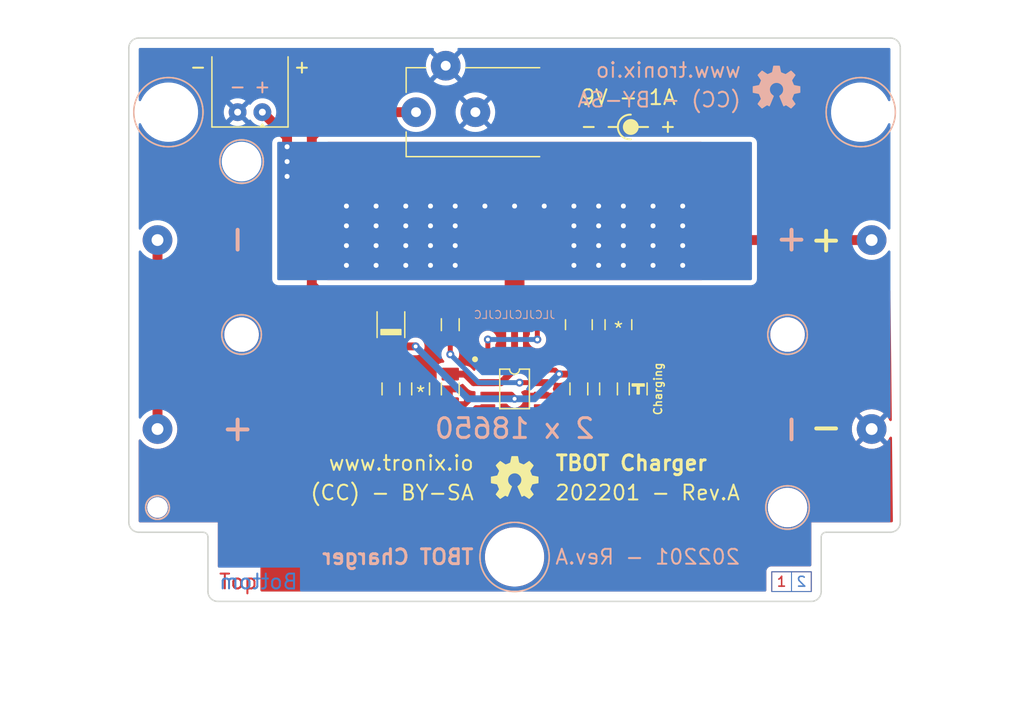
<source format=kicad_pcb>
(kicad_pcb (version 20221018) (generator pcbnew)
  (title_block (title "TBOT - Charger 2x18650") (date "01/2022") (rev "A"))
  (layers (0 "F.Cu" signal) (31 "B.Cu" signal) (34 "B.Paste" user) (35 "F.Paste" user) (36 "B.SilkS" user "B.Silkscreen") (37 "F.SilkS" user "F.Silkscreen") (38 "B.Mask" user) (39 "F.Mask" user) (44 "Edge.Cuts" user))
  (net 0 "")
  (net 1 "GND")
  (net 2 "Net-(BT1A--)")
  (net 3 "Net-(D1-A)")
  (net 4 "+VBAT")
  (net 5 "Net-(LED1-A)")
  (net 6 "Net-(Q1-B)")
  (net 7 "Net-(Q1-E)")
  (net 8 "Net-(U1-STAT)")
  (net 9 "Net-(U1-CC)")
  (net 10 "Net-(U1-TS)")
  (net 11 "+VIN")
  (footprint "tronixio:SOD-128" (layer "F.Cu") (at 126.5 73 90)
    (fp_text reference "D1" hide)
    (fp_text value "PMEG3030")
    (fp_line (start -1.3 -1.4) (end 1.3 -1.4) (stroke (width 0.15)) (layer "F.SilkS"))
    (fp_line (start -1.3 1.4) (end 1.3 1.4) (stroke (width 0.15)) (layer "F.SilkS"))
    (fp_rect (start -1 1) (end -0.5 -1) (stroke (width 0.15)) (fill solid) (layer "F.SilkS"))
    (pad "1" smd roundrect (at -2.2 0 90) (size 1.5 2.1) (layers "F.Cu" "F.Paste" "F.Mask") (roundrect_rratio 0.1) (net 11 "+VIN"))
    (pad "2" smd roundrect (at 2.2 0 90) (size 1.5 2.1) (layers "F.Cu" "F.Paste" "F.Mask") (roundrect_rratio 0.1) (net 3 "Net-(D1-A)"))
  )
  (footprint "tronixio:RESISTOR-SMD-1206" (layer "F.Cu") (at 129.5 79.5 -90)
    (fp_text reference "R6" hide)
    (fp_text value "36k")
    (fp_line (start -0.6 -0.9) (end 0.6 -0.9) (stroke (width 0.15)) (layer "F.SilkS"))
    (fp_line (start -0.6 0.9) (end 0.6 0.9) (stroke (width 0.15)) (layer "F.SilkS"))
    (pad "1" smd roundrect (at -1.5 0 270) (size 1.3 1.75) (layers "F.Cu" "F.Paste" "F.Mask") (roundrect_rratio 0.1) (net 1 "GND"))
    (pad "2" smd roundrect (at 1.5 0 270) (size 1.3 1.75) (layers "F.Cu" "F.Paste" "F.Mask") (roundrect_rratio 0.1) (net 10 "Net-(U1-TS)"))
  )
  (footprint "tronixio:RESISTOR-SMD-1206" (layer "F.Cu") (at 126.5 79.5 90)
    (fp_text reference "R5" hide)
    (fp_text value "10k")
    (fp_line (start -0.6 -0.9) (end 0.6 -0.9) (stroke (width 0.15)) (layer "F.SilkS"))
    (fp_line (start -0.6 0.9) (end 0.6 0.9) (stroke (width 0.15)) (layer "F.SilkS"))
    (pad "1" smd roundrect (at -1.5 0 90) (size 1.3 1.75) (layers "F.Cu" "F.Paste" "F.Mask") (roundrect_rratio 0.1) (net 10 "Net-(U1-TS)"))
    (pad "2" smd roundrect (at 1.5 0 90) (size 1.3 1.75) (layers "F.Cu" "F.Paste" "F.Mask") (roundrect_rratio 0.1) (net 11 "+VIN"))
  )
  (footprint "tronixio:CAPACITOR-SMD-1206" (layer "F.Cu") (at 145.5 79.5 -90)
    (fp_text reference "C1" hide)
    (fp_text value "100n")
    (fp_line (start -0.6 -0.9) (end 0.6 -0.9) (stroke (width 0.15)) (layer "F.SilkS"))
    (fp_line (start -0.6 0.9) (end 0.6 0.9) (stroke (width 0.15)) (layer "F.SilkS"))
    (pad "1" smd roundrect (at -1.5 0 270) (size 1.3 1.75) (layers "F.Cu" "F.Paste" "F.Mask") (roundrect_rratio 0.1) (net 11 "+VIN"))
    (pad "2" smd roundrect (at 1.5 0 270) (size 1.3 1.75) (layers "F.Cu" "F.Paste" "F.Mask") (roundrect_rratio 0.1) (net 1 "GND"))
  )
  (footprint "tronixio:RESISTOR-SMD-1206" (layer "F.Cu") (at 148.5 79.5 -90)
    (fp_text reference "R1" hide)
    (fp_text value "4k7")
    (fp_line (start -0.6 -0.9) (end 0.6 -0.9) (stroke (width 0.15)) (layer "F.SilkS"))
    (fp_line (start -0.6 0.9) (end 0.6 0.9) (stroke (width 0.15)) (layer "F.SilkS"))
    (pad "1" smd roundrect (at -1.5 0 270) (size 1.3 1.75) (layers "F.Cu" "F.Paste" "F.Mask") (roundrect_rratio 0.1) (net 5 "Net-(LED1-A)"))
    (pad "2" smd roundrect (at 1.5 0 270) (size 1.3 1.75) (layers "F.Cu" "F.Paste" "F.Mask") (roundrect_rratio 0.1) (net 8 "Net-(U1-STAT)"))
  )
  (footprint "tronixio:CUI-PJ-102AH" (layer "F.Cu") (at 129.0375 51.5 90)
    (fp_text reference "K1" hide)
    (fp_text value "Charger")
    (fp_line (start -4.5 -1) (end -2 -1) (stroke (width 0.15)) (layer "F.SilkS"))
    (fp_line (start -4.5 12.5) (end -4.5 -1) (stroke (width 0.15)) (layer "F.SilkS"))
    (fp_line (start 2 -1) (end 4.5 -1) (stroke (width 0.15)) (layer "F.SilkS"))
    (fp_line (start 4.5 1) (end 4.5 -1) (stroke (width 0.15)) (layer "F.SilkS"))
    (fp_line (start 4.5 12.5) (end 4.5 5) (stroke (width 0.15)) (layer "F.SilkS"))
    (pad "1" thru_hole circle (at 0 0 90) (size 3 3) (drill 1) (layers "*.Cu" "*.Mask") (net 3 "Net-(D1-A)"))
    (pad "2" thru_hole circle (at 0 6 90) (size 3 3) (drill 1) (layers "*.Cu" "*.Mask") (net 1 "GND"))
    (pad "3" thru_hole circle (at 4.7 3 90) (size 3 3) (drill 1) (layers "*.Cu" "*.Mask") (net 1 "GND"))
  )
  (footprint "tronixio:CAPACITOR-SMD-1206" (layer "F.Cu") (at 132.5 79.5 -90)
    (fp_text reference "C2" hide)
    (fp_text value "1µ")
    (fp_line (start -0.6 -0.9) (end 0.6 -0.9) (stroke (width 0.15)) (layer "F.SilkS"))
    (fp_line (start -0.6 0.9) (end 0.6 0.9) (stroke (width 0.15)) (layer "F.SilkS"))
    (pad "1" smd roundrect (at -1.5 0 270) (size 1.3 1.75) (layers "F.Cu" "F.Paste" "F.Mask") (roundrect_rratio 0.1) (net 4 "+VBAT"))
    (pad "2" smd roundrect (at 1.5 0 270) (size 1.3 1.75) (layers "F.Cu" "F.Paste" "F.Mask") (roundrect_rratio 0.1) (net 1 "GND"))
  )
  (footprint "tronixio:SOT-223-3" (layer "F.Cu") (at 139 68.35 90)
    (fp_text reference "Q1" hide)
    (fp_text value "STN790A")
    (pad "1" smd roundrect (at -3 -2.3 90) (size 2.1 1.5) (layers "F.Cu" "F.Paste" "F.Mask") (roundrect_rratio 0.1) (net 6 "Net-(Q1-B)"))
    (pad "2" smd roundrect (at -3 0 90) (size 2.1 1.5) (layers "F.Cu" "F.Paste" "F.Mask") (roundrect_rratio 0.1) (net 4 "+VBAT"))
    (pad "2" smd roundrect (at 3 0 90) (size 2.2 3.8) (layers "F.Cu" "F.Paste" "F.Mask") (roundrect_rratio 0.1) (net 4 "+VBAT"))
    (pad "3" smd roundrect (at -3 2.3 90) (size 2.1 1.5) (layers "F.Cu" "F.Paste" "F.Mask") (roundrect_rratio 0.1) (net 7 "Net-(Q1-E)"))
  )
  (footprint "tronixio:RESISTOR-SMD-1210" (layer "F.Cu") (at 145.5 73 90)
    (fp_text reference "R2" hide)
    (fp_text value "0Ω1")
    (fp_line (start -0.5 -1.35) (end 0.5 -1.35) (stroke (width 0.15)) (layer "F.SilkS"))
    (fp_line (start -0.5 1.35) (end 0.5 1.35) (stroke (width 0.15)) (layer "F.SilkS"))
    (pad "1" smd roundrect (at -1.5 0 90) (size 1.3 2.65) (layers "F.Cu" "F.Paste" "F.Mask") (roundrect_rratio 0.1) (net 11 "+VIN"))
    (pad "2" smd roundrect (at 1.5 0 90) (size 1.3 2.65) (layers "F.Cu" "F.Paste" "F.Mask") (roundrect_rratio 0.1) (net 7 "Net-(Q1-E)"))
  )
  (footprint "tronixio:THERMISTOR-SMD" (layer "F.Cu") (at 111.39 74 180)
    (fp_text reference "TH1" hide)
    (fp_text value "10k")
    (pad "1" smd roundrect (at -4 0 270) (size 1.2 2) (layers "F.Cu" "F.Paste" "F.Mask") (roundrect_rratio 0.15) (net 10 "Net-(U1-TS)"))
    (pad "2" smd roundrect (at 4 0 270) (size 1.2 2) (layers "F.Cu" "F.Paste" "F.Mask") (roundrect_rratio 0.15) (net 1 "GND"))
  )
  (footprint "tronixio:LED-SMD-1206" (layer "F.Cu") (at 151.5 79.5 90)
    (fp_text reference "LED1" hide)
    (fp_text value "Charging" (at 0 2 90) (layer "F.SilkS") (effects (font (size 0.8 0.8))))
    (fp_line (start -0.6 -0.9) (end 0.6 -0.9) (stroke (width 0.15)) (layer "F.SilkS"))
    (fp_line (start -0.6 0.9) (end 0.6 0.9) (stroke (width 0.15)) (layer "F.SilkS"))
    (fp_poly (pts (xy 0.5 0.6) (xy 0.3 0.6) (xy 0.3 0.1) (xy -0.5 0.1) (xy -0.5 -0.1) (xy 0.3 -0.1) (xy 0.3 -0.6) (xy 0.5 -0.6)) (stroke (width 0.15)) (fill solid) (layer "F.SilkS"))
    (pad "1" smd roundrect (at -1.5 0 90) (size 1.3 1.75) (layers "F.Cu" "F.Paste" "F.Mask") (roundrect_rratio 0.1) (net 1 "GND"))
    (pad "2" smd roundrect (at 1.5 0 90) (size 1.3 1.75) (layers "F.Cu" "F.Paste" "F.Mask") (roundrect_rratio 0.1) (net 5 "Net-(LED1-A)"))
  )
  (footprint "tronixio:MOLEX-22057025" (layer "F.Cu") (at 113.5 51.5)
    (fp_text reference "K2" hide)
    (fp_text value "Battery")
    (fp_line (start -5.1 -5.6) (end -5.1 1.5) (stroke (width 0.15)) (layer "F.SilkS"))
    (fp_line (start -5.1 1.5) (end 2.6 1.5) (stroke (width 0.15)) (layer "F.SilkS"))
    (fp_line (start 2.6 1.5) (end 2.6 -5.6) (stroke (width 0.15)) (layer "F.SilkS"))
    (fp_poly (pts (xy 0.2 1.5) (xy -0.2 1.5) (xy 0 1.2)) (stroke (width 0.15)) (fill solid) (layer "F.SilkS"))
    (pad "1" thru_hole circle (at 0 0) (size 1.8 1.8) (drill 0.7) (layers "*.Cu" "*.Mask") (net 4 "+VBAT"))
    (pad "2" thru_hole circle (at -2.5 0) (size 1.8 1.8) (drill 0.7) (layers "*.Cu" "*.Mask") (net 1 "GND"))
  )
  (footprint "tronixio:RESISTOR-SMD-1210" (layer "F.Cu") (at 149.5 73 90)
    (fp_text reference "R3" hide)
    (fp_text value "0Ω1")
    (fp_line (start -0.5 -1.35) (end 0.5 -1.35) (stroke (width 0.15)) (layer "F.SilkS"))
    (fp_line (start -0.5 1.35) (end 0.5 1.35) (stroke (width 0.15)) (layer "F.SilkS"))
    (pad "1" smd roundrect (at -1.5 0 90) (size 1.3 2.65) (layers "F.Cu" "F.Paste" "F.Mask") (roundrect_rratio 0.1) (net 11 "+VIN"))
    (pad "2" smd roundrect (at 1.5 0 90) (size 1.3 2.65) (layers "F.Cu" "F.Paste" "F.Mask") (roundrect_rratio 0.1) (net 7 "Net-(Q1-E)"))
  )
  (footprint "tronixio:SOIC-08" (layer "F.Cu") (at 139 79.5)
    (fp_text reference "U1" hide)
    (fp_text value "BQ2057W")
    (fp_line (start -1.5 -2) (end -1.5 2) (stroke (width 0.15)) (layer "F.SilkS"))
    (fp_line (start -0.5 -2) (end -1.5 -2) (stroke (width 0.15)) (layer "F.SilkS"))
    (fp_line (start 1.5 -2) (end 0.5 -2) (stroke (width 0.15)) (layer "F.SilkS"))
    (fp_line (start 1.5 2) (end -1.5 2) (stroke (width 0.15)) (layer "F.SilkS"))
    (fp_line (start 1.5 2) (end 1.5 -2) (stroke (width 0.15)) (layer "F.SilkS"))
    (fp_arc (start 0.5 -2) (mid 0 -1.5) (end -0.5 -2) (stroke (width 0.15)) (layer "F.SilkS"))
    (pad "1" smd roundrect (at -2.7 -1.905) (size 1.5 0.7) (layers "F.Cu" "F.Paste" "F.Mask") (roundrect_rratio 0.1) (net 7 "Net-(Q1-E)"))
    (pad "2" smd roundrect (at -2.7 -0.635) (size 1.5 0.7) (layers "F.Cu" "F.Paste" "F.Mask") (roundrect_rratio 0.1) (net 4 "+VBAT"))
    (pad "3" smd roundrect (at -2.7 0.635) (size 1.5 0.7) (layers "F.Cu" "F.Paste" "F.Mask") (roundrect_rratio 0.1) (net 11 "+VIN"))
    (pad "4" smd roundrect (at -2.7 1.905) (size 1.5 0.7) (layers "F.Cu" "F.Paste" "F.Mask") (roundrect_rratio 0.1) (net 10 "Net-(U1-TS)"))
    (pad "5" smd roundrect (at 2.7 1.905) (size 1.5 0.7) (layers "F.Cu" "F.Paste" "F.Mask") (roundrect_rratio 0.1) (net 8 "Net-(U1-STAT)"))
    (pad "6" smd roundrect (at 2.7 0.635) (size 1.5 0.7) (layers "F.Cu" "F.Paste" "F.Mask") (roundrect_rratio 0.1) (net 1 "GND"))
    (pad "7" smd roundrect (at 2.7 -0.635) (size 1.5 0.7) (layers "F.Cu" "F.Paste" "F.Mask") (roundrect_rratio 0.1) (net 9 "Net-(U1-CC)"))
    (pad "8" smd roundrect (at 2.7 -1.905) (size 1.5 0.7) (layers "F.Cu" "F.Paste" "F.Mask") (roundrect_rratio 0.1) (net 11 "+VIN"))
  )
  (footprint "tronixio:RESISTOR-SMD-1206" (layer "F.Cu") (at 132.5 73 90)
    (fp_text reference "R4" hide)
    (fp_text value "1k")
    (fp_line (start -0.6 -0.9) (end 0.6 -0.9) (stroke (width 0.15)) (layer "F.SilkS"))
    (fp_line (start -0.6 0.9) (end 0.6 0.9) (stroke (width 0.15)) (layer "F.SilkS"))
    (pad "1" smd roundrect (at -1.5 0 90) (size 1.3 1.75) (layers "F.Cu" "F.Paste" "F.Mask") (roundrect_rratio 0.1) (net 9 "Net-(U1-CC)"))
    (pad "2" smd roundrect (at 1.5 0 90) (size 1.3 1.75) (layers "F.Cu" "F.Paste" "F.Mask") (roundrect_rratio 0.1) (net 6 "Net-(Q1-B)"))
  )
  (footprint "tronixio:OSHW-5MM" (layer "F.Cu") (at 139 88.5)
    (fp_text reference "GB" hide)
    (fp_text value "LOGO" hide)
    (fp_poly (pts (xy 0.112503 -2.205305) (xy 0.188585 -2.204991) (xy 0.245175 -2.204139) (xy 0.285349 -2.202485) (xy 0.312183 -2.19976) (xy 0.328754 -2.195697) (xy 0.338137 -2.190029) (xy 0.343407 -2.182489) (xy 0.346067 -2.176502) (xy 0.351819 -2.155872) (xy 0.361219 -2.114019) (xy 0.373445 -2.054971) (xy 0.387673 -1.982754) (xy 0.403082 -1.901397) (xy 0.410766 -1.859685) (xy 0.426304 -1.776128) (xy 0.440921 -1.700487) (xy 0.453831 -1.636607) (xy 0.464245 -1.58833) (xy 0.471376 -1.559501) (xy 0.473495 -1.553524) (xy 0.487624 -1.543829) (xy 0.520987 -1.52669) (xy 0.568967 -1.504087) (xy 0.626948 -1.477998) (xy 0.690314 -1.450405) (xy 0.754449 -1.423285) (xy 0.814737 -1.398618) (xy 0.866561 -1.378383) (xy 0.905305 -1.36456) (xy 0.926354 -1.359128) (xy 0.92691 -1.359112) (xy 0.941518 -1.366107) (xy 0.97411 -1.385773) (xy 1.021624 -1.416127) (xy 1.080997 -1.455189) (xy 1.149167 -1.500978) (xy 1.204337 -1.538617) (xy 1.276991 -1.58813) (xy 1.343025 -1.632413) (xy 1.399403 -1.669487) (xy 1.443088 -1.697374) (xy 1.471043 -1.714097) (xy 1.47988 -1.718122) (xy 1.493641 -1.709282) (xy 1.521915 -1.684807) (xy 1.561669 -1.647768) (xy 1.609873 -1.601234) (xy 1.663495 -1.548276) (xy 1.719505 -1.491962) (xy 1.774871 -1.435363) (xy 1.826562 -1.381549) (xy 1.871548 -1.33359) (xy 1.906797 -1.294555) (xy 1.929278 -1.267514) (xy 1.936093 -1.256075) (xy 1.930212 -1.239792) (xy 1.912193 -1.207543) (xy 1.881475 -1.158462) (xy 1.837495 -1.091686) (xy 1.779689 -1.00635) (xy 1.707495 -0.901591) (xy 1.671879 -0.850344) (xy 1.638824 -0.80126) (xy 1.612148 -0.758563) (xy 1.594893 -0.727324) (xy 1.589904 -0.713655) (xy 1.594754 -0.697334) (xy 1.608013 -0.662128) (xy 1.62775 -0.612617) (xy 1.652031 -0.55338) (xy 1.678922 -0.488996) (xy 1.706491 -0.424047) (xy 1.732803 -0.363111) (xy 1.755927 -0.310768) (xy 1.773928 -0.271598) (xy 1.784874 -0.25018) (xy 1.786526 -0.247868) (xy 1.800495 -0.243726) (xy 1.836105 -0.235699) (xy 1.889773 -0.224522) (xy 1.957915 -0.210929) (xy 2.036948 -0.195656) (xy 2.090365 -0.185568) (xy 2.175183 -0.169544) (xy 2.252099 -0.15474) (xy 2.317349 -0.141901) (xy 2.367173 -0.131773) (xy 2.397809 -0.125104) (xy 2.405431 -0.123066) (xy 2.411063 -0.116814) (xy 2.415426 -0.101095) (xy 2.418668 -0.073197) (xy 2.420933 -0.030409) (xy 2.422366 0.02998) (xy 2.423114 0.110684) (xy 2.423321 0.210293) (xy 2.423202 0.310587) (xy 2.422711 0.388201) (xy 2.421649 0.446096) (xy 2.419816 0.487237) (xy 2.417013 0.514584) (xy 2.41304 0.531101) (xy 2.407697 0.53975) (xy 2.400883 0.543466) (xy 2.378661 0.548625) (xy 2.338314 0.556746) (xy 2.286985 0.566415) (xy 2.263049 0.570744) (xy 2.127407 0.595376) (xy 2.016332 0.616479) (xy 1.929018 0.634225) (xy 1.864656 0.64879) (xy 1.82244 0.660347) (xy 1.801562 0.66907) (xy 1.79987 0.670496) (xy 1.791465 0.686078) (xy 1.775685 0.720992) (xy 1.754362 0.770707) (xy 1.729327 0.830694) (xy 1.702414 0.896422) (xy 1.675454 0.96336) (xy 1.650281 1.026979) (xy 1.628726 1.082748) (xy 1.612622 1.126137) (xy 1.603801 1.152615) (xy 1.602692 1.157988) (xy 1.610028 1.172767) (xy 1.63143 1.207108) (xy 1.666036 1.259722) (xy 1.712983 1.329322) (xy 1.771408 1.414621) (xy 1.840447 1.51433) (xy 1.867654 1.553391) (xy 1.897811 1.599113) (xy 1.921185 1.639288) (xy 1.934376 1.667841) (xy 1.936093 1.675677) (xy 1.927103 1.692014) (xy 1.901418 1.723855) (xy 1.860965 1.769075) (xy 1.807672 1.82555) (xy 1.743466 1.891154) (xy 1.71296 1.921664) (xy 1.643302 1.990709) (xy 1.589314 2.043494) (xy 1.548612 2.081971) (xy 1.518813 2.108091) (xy 1.497532 2.123805) (xy 1.482386 2.131066) (xy 1.470991 2.131825) (xy 1.460964 2.128033) (xy 1.460917 2.128008) (xy 1.441892 2.116253) (xy 1.405419 2.09234) (xy 1.355138 2.058707) (xy 1.294686 2.017792) (xy 1.227702 1.972033) (xy 1.210483 1.960205) (xy 1.143557 1.914694) (xy 1.083189 1.874607) (xy 1.032748 1.842104) (xy 0.995605 1.819344) (xy 0.975129 1.808488) (xy 0.972784 1.807875) (xy 0.955044 1.813477) (xy 0.920428 1.82855) (xy 0.874685 1.850498) (xy 0.843591 1.866246) (xy 0.794692 1.890329) (xy 0.754091 1.908142) (xy 0.727189 1.917434) (xy 0.719661 1.917874) (xy 0.71184 1.904564) (xy 0.695873 1.87093) (xy 0.673276 1.820398) (xy 0.645566 1.756397) (xy 0.614262 1.682354) (xy 0.595951 1.638326) (xy 0.555205 1.539832) (xy 0.509885 1.430374) (xy 0.463588 1.318629) (xy 0.419909 1.213275) (xy 0.382617 1.123407) (xy 0.352192 1.049365) (xy 0.325466 0.982847) (xy 0.303922 0.927668) (xy 0.289044 0.887646) (xy 0.282318 0.866596) (xy 0.28208 0.86489) (xy 0.291868 0.850064) (xy 0.317767 0.825757) (xy 0.354572 0.796754) (xy 0.362216 0.791216) (xy 0.47362 0.699405) (xy 0.560778 0.600114) (xy 0.624272 0.492284) (xy 0.664684 0.374854) (xy 0.682594 0.246763) (xy 0.683668 0.205149) (xy 0.672966 0.079705) (xy 0.639876 -0.035509) (xy 0.583362 -0.143051) (xy 0.502387 -0.245478) (xy 0.500128 -0.247901) (xy 0.404266 -0.332655) (xy 0.297367 -0.395917) (xy 0.182586 -0.437559) (xy 0.063074 -0.45745) (xy -0.058015 -0.455461) (xy -0.177529 -0.431461) (xy -0.292317 -0.38532) (xy -0.399224 -0.316909) (xy -0.435557 -0.286461) (xy -0.524789 -0.19034) (xy -0.590858 -0.083248) (xy -0.63358 0.034398) (xy -0.65277 0.162186) (xy -0.653912 0.203806) (xy -0.64477 0.331905) (xy -0.616397 0.446756) (xy -0.567372 0.551025) (xy -0.496276 0.647379) (xy -0.401689 0.738486) (xy -0.345898 0.782346) (xy -0.305473 0.814275) (xy -0.274554 0.84243) (xy -0.257973 0.862253) (xy -0.256436 0.866724) (xy -0.261189 0.882472) (xy -0.274692 0.919019) (xy -0.295811 0.973504) (xy -0.323413 1.043065) (xy -0.356365 1.124837) (xy -0.393532 1.21596) (xy -0.424781 1.291835) (xy -0.466473 1.392714) (xy -0.506757 1.490316) (xy -0.54414 1.581016) (xy -0.57713 1.661187) (xy -0.604234 1.727202) (xy -0.623959 1.775436) (xy -0.631922 1.795053) (xy -0.656173 1.85428) (xy -0.675445 1.89208) (xy -0.695005 1.910535) (xy -0.720119 1.911726) (xy -0.756055 1.897735) (xy -0.80808 1.870643) (xy -0.814523 1.867212) (xy -0.863833 1.841835) (xy -0.905672 1.821875) (xy -0.934272 1.810004) (xy -0.942679 1.807875) (xy -0.957624 1.814831) (xy -0.990452 1.834339) (xy -1.037961 1.864353) (xy -1.096948 1.902829) (xy -1.164211 1.947723) (xy -1.20379 1.974558) (xy -1.273782 2.022017) (xy -1.336742 2.064219) (xy -1.389581 2.099132) (xy -1.429212 2.124728) (xy -1.452547 2.138976) (xy -1.457362 2.141242) (xy -1.468597 2.132572) (xy -1.495354 2.108206) (xy -1.53505 2.070611) (xy -1.585104 2.022252) (xy -1.642932 1.965596) (xy -1.688443 1.920545) (xy -1.754363 1.854061) (xy -1.811428 1.794627) (xy -1.857492 1.744605) (xy -1.890411 1.706358) (xy -1.908038 1.682247) (xy -1.910449 1.676115) (xy -1.903342 1.656709) (xy -1.88402 1.621725) (xy -1.855484 1.576225) (xy -1.822794 1.528185) (xy -1.761853 1.44109) (xy -1.706889 1.361082) (xy -1.659529 1.29063) (xy -1.621397 1.232204) (xy -1.594118 1.188276) (xy -1.579316 1.161316) (xy -1.577082 1.154608) (xy -1.581837 1.136716) (xy -1.594857 1.099854) (xy -1.614275 1.048609) (xy -1.638222 0.987568) (xy -1.664831 0.921316) (xy -1.692235 0.854442) (xy -1.718566 0.791531) (xy -1.741957 0.737171) (xy -1.76054 0.695948) (xy -1.772447 0.672449) (xy -1.774702 0.66925) (xy -1.791569 0.66222) (xy -1.829891 0.651729) (xy -1.885847 0.638647) (xy -1.955617 0.623842) (xy -2.035381 0.608183) (xy -2.07828 0.60022) (xy -2.161621 0.584627) (xy -2.236906 0.569745) (xy -2.300315 0.556391) (xy -2.348033 0.545387) (xy -2.37624 0.537551) (xy -2.381867 0.535051) (xy -2.387099 0.524908) (xy -2.390991 0.502231) (xy -2.393638 0.46456) (xy -2.395134 0.409435) (xy -2.395573 0.334397) (xy -2.39505 0.236985) (xy -2.394689 0.200194) (xy -2.391267 -0.121807) (xy -2.282282 -0.143659) (xy -2.229898 -0.153965) (xy -2.160108 -0.167419) (xy -2.080727 -0.182526) (xy -1.999569 -0.197795) (xy -1.970053 -0.203298) (xy -1.900658 -0.216734) (xy -1.840162 -0.229455) (xy -1.793065 -0.240437) (xy -1.763866 -0.248652) (xy -1.756665 -0.251967) (xy -1.746988 -0.268752) (xy -1.729936 -0.304533) (xy -1.707477 -0.354612) (xy -1.681582 -0.414291) (xy -1.654218 -0.478872) (xy -1.627353 -0.543658) (xy -1.602957 -0.60395) (xy -1.582998 -0.65505) (xy -1.569445 -0.692261) (xy -1.564266 -0.710885) (xy -1.564261 -0.711124) (xy -1.571273 -0.727773) (xy -1.590937 -0.762151) (xy -1.621195 -0.810982) (xy -1.659988 -0.870991) (xy -1.705259 -0.938901) (xy -1.732615 -0.979077) (xy -1.780965 -1.050145) (xy -1.82446 -1.115201) (xy -1.860949 -1.170937) (xy -1.888284 -1.214046) (xy -1.904314 -1.24122) (xy -1.907531 -1.248169) (xy -1.904717 -1.261112) (xy -1.890381 -1.283286) (xy -1.863069 -1.316351) (xy -1.821325 -1.361969) (xy -1.763692 -1.421801) (xy -1.691232 -1.494988) (xy -1.628982 -1.55669) (xy -1.572135 -1.611849) (xy -1.523344 -1.657988) (xy -1.485263 -1.692627) (xy -1.460542 -1.713289) (xy -1.452414 -1.718122) (xy -1.437782 -1.711105) (xy -1.405251 -1.6914) (xy -1.357928 -1.661025) (xy -1.298923 -1.621998) (xy -1.231343 -1.576338) (xy -1.183018 -1.543181) (xy -1.111112 -1.493886) (xy -1.04544 -1.44951) (xy -0.989183 -1.41215) (xy -0.945519 -1.383901) (xy -0.917627 -1.36686) (xy -0.90944 -1.362781) (xy -0.891885 -1.365776) (xy -0.855505 -1.377082) (xy -0.805012 -1.394838) (xy -0.745121 -1.417183) (xy -0.680546 -1.442257) (xy -0.616001 -1.468199) (xy -0.5562 -1.493147) (xy -0.505857 -1.515243) (xy -0.469686 -1.532623) (xy -0.45278 -1.543038) (xy -0.446293 -1.559308) (xy -0.436108 -1.597206) (xy -0.423041 -1.653118) (xy -0.407909 -1.723429) (xy -0.391528 -1.804525) (xy -0.378917 -1.870225) (xy -0.362481 -1.956759) (xy -0.347254 -2.035011) (xy -0.333961 -2.101421) (xy -0.323321 -2.152432) (xy -0.316058 -2.184486) (xy -0.31324 -2.193976) (xy -0.299005 -2.197095) (xy -0.262664 -2.199887) (xy -0.207755 -2.20223) (xy -0.137813 -2.204) (xy -0.056376 -2.205075) (xy 0.013853 -2.205351)) (fill solid) (layer "F.SilkS"))
  )
  (footprint "tronixio:MOUNTING-HOLE-3MM-MASK" (layer "B.Cu") (at 174 51.5 180)
    (fp_text reference "H3" hide)
    (fp_text value "MOUNTING-HOLE-3MM-MASK" hide)
    (fp_circle (center 0 0) (end 3.5 0) (stroke (width 0.15)) (fill none) (layer "B.SilkS"))
    (fp_circle (center 0 0) (end 3.5 0) (stroke (width 0.15)) (fill none) (layer "F.SilkS"))
    (pad "" np_thru_hole circle (at 0 0 180) (size 3 3) (drill 3) (layers "F&B.Cu" "*.Mask") (clearance 1.5))
  )
  (footprint "tronixio:OSHW-5MM" (layer "B.Cu") (at 165.5 49 180)
    (fp_text reference "GT" hide)
    (fp_text value "LOGO" hide)
    (fp_poly (pts (xy 0.112503 2.205305) (xy 0.188585 2.204991) (xy 0.245175 2.204139) (xy 0.285349 2.202485) (xy 0.312183 2.19976) (xy 0.328754 2.195697) (xy 0.338137 2.190029) (xy 0.343407 2.182489) (xy 0.346067 2.176502) (xy 0.351819 2.155872) (xy 0.361219 2.114019) (xy 0.373445 2.054971) (xy 0.387673 1.982754) (xy 0.403082 1.901397) (xy 0.410766 1.859685) (xy 0.426304 1.776128) (xy 0.440921 1.700487) (xy 0.453831 1.636607) (xy 0.464245 1.58833) (xy 0.471376 1.559501) (xy 0.473495 1.553524) (xy 0.487624 1.543829) (xy 0.520987 1.52669) (xy 0.568967 1.504087) (xy 0.626948 1.477998) (xy 0.690314 1.450405) (xy 0.754449 1.423285) (xy 0.814737 1.398618) (xy 0.866561 1.378383) (xy 0.905305 1.36456) (xy 0.926354 1.359128) (xy 0.92691 1.359112) (xy 0.941518 1.366107) (xy 0.97411 1.385773) (xy 1.021624 1.416127) (xy 1.080997 1.455189) (xy 1.149167 1.500978) (xy 1.204337 1.538617) (xy 1.276991 1.58813) (xy 1.343025 1.632413) (xy 1.399403 1.669487) (xy 1.443088 1.697374) (xy 1.471043 1.714097) (xy 1.47988 1.718122) (xy 1.493641 1.709282) (xy 1.521915 1.684807) (xy 1.561669 1.647768) (xy 1.609873 1.601234) (xy 1.663495 1.548276) (xy 1.719505 1.491962) (xy 1.774871 1.435363) (xy 1.826562 1.381549) (xy 1.871548 1.33359) (xy 1.906797 1.294555) (xy 1.929278 1.267514) (xy 1.936093 1.256075) (xy 1.930212 1.239792) (xy 1.912193 1.207543) (xy 1.881475 1.158462) (xy 1.837495 1.091686) (xy 1.779689 1.00635) (xy 1.707495 0.901591) (xy 1.671879 0.850344) (xy 1.638824 0.80126) (xy 1.612148 0.758563) (xy 1.594893 0.727324) (xy 1.589904 0.713655) (xy 1.594754 0.697334) (xy 1.608013 0.662128) (xy 1.62775 0.612617) (xy 1.652031 0.55338) (xy 1.678922 0.488996) (xy 1.706491 0.424047) (xy 1.732803 0.363111) (xy 1.755927 0.310768) (xy 1.773928 0.271598) (xy 1.784874 0.25018) (xy 1.786526 0.247868) (xy 1.800495 0.243726) (xy 1.836105 0.235699) (xy 1.889773 0.224522) (xy 1.957915 0.210929) (xy 2.036948 0.195656) (xy 2.090365 0.185568) (xy 2.175183 0.169544) (xy 2.252099 0.15474) (xy 2.317349 0.141901) (xy 2.367173 0.131773) (xy 2.397809 0.125104) (xy 2.405431 0.123066) (xy 2.411063 0.116814) (xy 2.415426 0.101095) (xy 2.418668 0.073197) (xy 2.420933 0.030409) (xy 2.422366 -0.02998) (xy 2.423114 -0.110684) (xy 2.423321 -0.210293) (xy 2.423202 -0.310587) (xy 2.422711 -0.388201) (xy 2.421649 -0.446096) (xy 2.419816 -0.487237) (xy 2.417013 -0.514584) (xy 2.41304 -0.531101) (xy 2.407697 -0.53975) (xy 2.400883 -0.543466) (xy 2.378661 -0.548625) (xy 2.338314 -0.556746) (xy 2.286985 -0.566415) (xy 2.263049 -0.570744) (xy 2.127407 -0.595376) (xy 2.016332 -0.616479) (xy 1.929018 -0.634225) (xy 1.864656 -0.64879) (xy 1.82244 -0.660347) (xy 1.801562 -0.66907) (xy 1.79987 -0.670496) (xy 1.791465 -0.686078) (xy 1.775685 -0.720992) (xy 1.754362 -0.770707) (xy 1.729327 -0.830694) (xy 1.702414 -0.896422) (xy 1.675454 -0.96336) (xy 1.650281 -1.026979) (xy 1.628726 -1.082748) (xy 1.612622 -1.126137) (xy 1.603801 -1.152615) (xy 1.602692 -1.157988) (xy 1.610028 -1.172767) (xy 1.63143 -1.207108) (xy 1.666036 -1.259722) (xy 1.712983 -1.329322) (xy 1.771408 -1.414621) (xy 1.840447 -1.51433) (xy 1.867654 -1.553391) (xy 1.897811 -1.599113) (xy 1.921185 -1.639288) (xy 1.934376 -1.667841) (xy 1.936093 -1.675677) (xy 1.927103 -1.692014) (xy 1.901418 -1.723855) (xy 1.860965 -1.769075) (xy 1.807672 -1.82555) (xy 1.743466 -1.891154) (xy 1.71296 -1.921664) (xy 1.643302 -1.990709) (xy 1.589314 -2.043494) (xy 1.548612 -2.081971) (xy 1.518813 -2.108091) (xy 1.497532 -2.123805) (xy 1.482386 -2.131066) (xy 1.470991 -2.131825) (xy 1.460964 -2.128033) (xy 1.460917 -2.128008) (xy 1.441892 -2.116253) (xy 1.405419 -2.09234) (xy 1.355138 -2.058707) (xy 1.294686 -2.017792) (xy 1.227702 -1.972033) (xy 1.210483 -1.960205) (xy 1.143557 -1.914694) (xy 1.083189 -1.874607) (xy 1.032748 -1.842104) (xy 0.995605 -1.819344) (xy 0.975129 -1.808488) (xy 0.972784 -1.807875) (xy 0.955044 -1.813477) (xy 0.920428 -1.82855) (xy 0.874685 -1.850498) (xy 0.843591 -1.866246) (xy 0.794692 -1.890329) (xy 0.754091 -1.908142) (xy 0.727189 -1.917434) (xy 0.719661 -1.917874) (xy 0.71184 -1.904564) (xy 0.695873 -1.87093) (xy 0.673276 -1.820398) (xy 0.645566 -1.756397) (xy 0.614262 -1.682354) (xy 0.595951 -1.638326) (xy 0.555205 -1.539832) (xy 0.509885 -1.430374) (xy 0.463588 -1.318629) (xy 0.419909 -1.213275) (xy 0.382617 -1.123407) (xy 0.352192 -1.049365) (xy 0.325466 -0.982847) (xy 0.303922 -0.927668) (xy 0.289044 -0.887646) (xy 0.282318 -0.866596) (xy 0.28208 -0.86489) (xy 0.291868 -0.850064) (xy 0.317767 -0.825757) (xy 0.354572 -0.796754) (xy 0.362216 -0.791216) (xy 0.47362 -0.699405) (xy 0.560778 -0.600114) (xy 0.624272 -0.492284) (xy 0.664684 -0.374854) (xy 0.682594 -0.246763) (xy 0.683668 -0.205149) (xy 0.672966 -0.079705) (xy 0.639876 0.035509) (xy 0.583362 0.143051) (xy 0.502387 0.245478) (xy 0.500128 0.247901) (xy 0.404266 0.332655) (xy 0.297367 0.395917) (xy 0.182586 0.437559) (xy 0.063074 0.45745) (xy -0.058015 0.455461) (xy -0.177529 0.431461) (xy -0.292317 0.38532) (xy -0.399224 0.316909) (xy -0.435557 0.286461) (xy -0.524789 0.19034) (xy -0.590858 0.083248) (xy -0.63358 -0.034398) (xy -0.65277 -0.162186) (xy -0.653912 -0.203806) (xy -0.64477 -0.331905) (xy -0.616397 -0.446756) (xy -0.567372 -0.551025) (xy -0.496276 -0.647379) (xy -0.401689 -0.738486) (xy -0.345898 -0.782346) (xy -0.305473 -0.814275) (xy -0.274554 -0.84243) (xy -0.257973 -0.862253) (xy -0.256436 -0.866724) (xy -0.261189 -0.882472) (xy -0.274692 -0.919019) (xy -0.295811 -0.973504) (xy -0.323413 -1.043065) (xy -0.356365 -1.124837) (xy -0.393532 -1.21596) (xy -0.424781 -1.291835) (xy -0.466473 -1.392714) (xy -0.506757 -1.490316) (xy -0.54414 -1.581016) (xy -0.57713 -1.661187) (xy -0.604234 -1.727202) (xy -0.623959 -1.775436) (xy -0.631922 -1.795053) (xy -0.656173 -1.85428) (xy -0.675445 -1.89208) (xy -0.695005 -1.910535) (xy -0.720119 -1.911726) (xy -0.756055 -1.897735) (xy -0.80808 -1.870643) (xy -0.814523 -1.867212) (xy -0.863833 -1.841835) (xy -0.905672 -1.821875) (xy -0.934272 -1.810004) (xy -0.942679 -1.807875) (xy -0.957624 -1.814831) (xy -0.990452 -1.834339) (xy -1.037961 -1.864353) (xy -1.096948 -1.902829) (xy -1.164211 -1.947723) (xy -1.20379 -1.974558) (xy -1.273782 -2.022017) (xy -1.336742 -2.064219) (xy -1.389581 -2.099132) (xy -1.429212 -2.124728) (xy -1.452547 -2.138976) (xy -1.457362 -2.141242) (xy -1.468597 -2.132572) (xy -1.495354 -2.108206) (xy -1.53505 -2.070611) (xy -1.585104 -2.022252) (xy -1.642932 -1.965596) (xy -1.688443 -1.920545) (xy -1.754363 -1.854061) (xy -1.811428 -1.794627) (xy -1.857492 -1.744605) (xy -1.890411 -1.706358) (xy -1.908038 -1.682247) (xy -1.910449 -1.676115) (xy -1.903342 -1.656709) (xy -1.88402 -1.621725) (xy -1.855484 -1.576225) (xy -1.822794 -1.528185) (xy -1.761853 -1.44109) (xy -1.706889 -1.361082) (xy -1.659529 -1.29063) (xy -1.621397 -1.232204) (xy -1.594118 -1.188276) (xy -1.579316 -1.161316) (xy -1.577082 -1.154608) (xy -1.581837 -1.136716) (xy -1.594857 -1.099854) (xy -1.614275 -1.048609) (xy -1.638222 -0.987568) (xy -1.664831 -0.921316) (xy -1.692235 -0.854442) (xy -1.718566 -0.791531) (xy -1.741957 -0.737171) (xy -1.76054 -0.695948) (xy -1.772447 -0.672449) (xy -1.774702 -0.66925) (xy -1.791569 -0.66222) (xy -1.829891 -0.651729) (xy -1.885847 -0.638647) (xy -1.955617 -0.623842) (xy -2.035381 -0.608183) (xy -2.07828 -0.60022) (xy -2.161621 -0.584627) (xy -2.236906 -0.569745) (xy -2.300315 -0.556391) (xy -2.348033 -0.545387) (xy -2.37624 -0.537551) (xy -2.381867 -0.535051) (xy -2.387099 -0.524908) (xy -2.390991 -0.502231) (xy -2.393638 -0.46456) (xy -2.395134 -0.409435) (xy -2.395573 -0.334397) (xy -2.39505 -0.236985) (xy -2.394689 -0.200194) (xy -2.391267 0.121807) (xy -2.282282 0.143659) (xy -2.229898 0.153965) (xy -2.160108 0.167419) (xy -2.080727 0.182526) (xy -1.999569 0.197795) (xy -1.970053 0.203298) (xy -1.900658 0.216734) (xy -1.840162 0.229455) (xy -1.793065 0.240437) (xy -1.763866 0.248652) (xy -1.756665 0.251967) (xy -1.746988 0.268752) (xy -1.729936 0.304533) (xy -1.707477 0.354612) (xy -1.681582 0.414291) (xy -1.654218 0.478872) (xy -1.627353 0.543658) (xy -1.602957 0.60395) (xy -1.582998 0.65505) (xy -1.569445 0.692261) (xy -1.564266 0.710885) (xy -1.564261 0.711124) (xy -1.571273 0.727773) (xy -1.590937 0.762151) (xy -1.621195 0.810982) (xy -1.659988 0.870991) (xy -1.705259 0.938901) (xy -1.732615 0.979077) (xy -1.780965 1.050145) (xy -1.82446 1.115201) (xy -1.860949 1.170937) (xy -1.888284 1.214046) (xy -1.904314 1.24122) (xy -1.907531 1.248169) (xy -1.904717 1.261112) (xy -1.890381 1.283286) (xy -1.863069 1.316351) (xy -1.821325 1.361969) (xy -1.763692 1.421801) (xy -1.691232 1.494988) (xy -1.628982 1.55669) (xy -1.572135 1.611849) (xy -1.523344 1.657988) (xy -1.485263 1.692627) (xy -1.460542 1.713289) (xy -1.452414 1.718122) (xy -1.437782 1.711105) (xy -1.405251 1.6914) (xy -1.357928 1.661025) (xy -1.298923 1.621998) (xy -1.231343 1.576338) (xy -1.183018 1.543181) (xy -1.111112 1.493886) (xy -1.04544 1.44951) (xy -0.989183 1.41215) (xy -0.945519 1.383901) (xy -0.917627 1.36686) (xy -0.90944 1.362781) (xy -0.891885 1.365776) (xy -0.855505 1.377082) (xy -0.805012 1.394838) (xy -0.745121 1.417183) (xy -0.680546 1.442257) (xy -0.616001 1.468199) (xy -0.5562 1.493147) (xy -0.505857 1.515243) (xy -0.469686 1.532623) (xy -0.45278 1.543038) (xy -0.446293 1.559308) (xy -0.436108 1.597206) (xy -0.423041 1.653118) (xy -0.407909 1.723429) (xy -0.391528 1.804525) (xy -0.378917 1.870225) (xy -0.362481 1.956759) (xy -0.347254 2.035011) (xy -0.333961 2.101421) (xy -0.323321 2.152432) (xy -0.316058 2.184486) (xy -0.31324 2.193976) (xy -0.299005 2.197095) (xy -0.262664 2.199887) (xy -0.207755 2.20223) (xy -0.137813 2.204) (xy -0.056376 2.205075) (xy 0.013853 2.205351)) (fill solid) (layer "B.SilkS"))
  )
  (footprint "tronixio:MOUNTING-HOLE-3MM-MASK" (layer "B.Cu") (at 104 51.5 90)
    (fp_text reference "H1" hide)
    (fp_text value "MOUNTING-HOLE-3MM-MASK" hide)
    (fp_circle (center 0 0) (end 3.5 0) (stroke (width 0.15)) (fill none) (layer "B.SilkS"))
    (fp_circle (center 0 0) (end 3.5 0) (stroke (width 0.15)) (fill none) (layer "F.SilkS"))
    (pad "" np_thru_hole circle (at 0 0 90) (size 3 3) (drill 3) (layers "F&B.Cu" "*.Mask") (clearance 1.5))
  )
  (footprint "tronixio:MOUNTING-HOLE-3MM-MASK" (layer "B.Cu") (at 139 96.5 90)
    (fp_text reference "H2" hide)
    (fp_text value "MOUNTING-HOLE-3MM-MASK" hide)
    (fp_circle (center 0 0) (end 3.5 0) (stroke (width 0.15)) (fill none) (layer "B.SilkS"))
    (fp_circle (center 0 0) (end 3.5 0) (stroke (width 0.15)) (fill none) (layer "F.SilkS"))
    (pad "" np_thru_hole circle (at 0 0 90) (size 3 3) (drill 3) (layers "F&B.Cu" "*.Mask") (clearance 1.5))
  )
  (footprint "tronixio:KEYSTONE-1049" (layer "B.Cu") (at 139 74 90)
    (fp_text reference "BT1" hide)
    (fp_text value "18650")
    (fp_line (start -10.6 -28) (end -8.6 -28) (stroke (width 0.4)) (layer "B.SilkS"))
    (fp_line (start -10.6 28) (end -8.6 28) (stroke (width 0.4)) (layer "B.SilkS"))
    (fp_line (start -9.6 -29) (end -9.6 -27) (stroke (width 0.4)) (layer "B.SilkS"))
    (fp_line (start 8.6 -28) (end 10.6 -28) (stroke (width 0.4)) (layer "B.SilkS"))
    (fp_line (start 8.6 28) (end 10.6 28) (stroke (width 0.4)) (layer "B.SilkS"))
    (fp_line (start 9.6 27) (end 9.6 29) (stroke (width 0.4)) (layer "B.SilkS"))
    (fp_circle (center -17.5 -36.1) (end -16.3 -36.1) (stroke (width 0.15)) (fill none) (layer "B.SilkS"))
    (fp_circle (center -17.5 27.6) (end -15.3 27.6) (stroke (width 0.15)) (fill none) (layer "B.SilkS"))
    (fp_circle (center 0 -27.6) (end 2 -27.6) (stroke (width 0.15)) (fill none) (layer "B.SilkS"))
    (fp_circle (center 0 27.6) (end 2 27.6) (stroke (width 0.15)) (fill none) (layer "B.SilkS"))
    (fp_circle (center 17.5 -27.6) (end 19.7 -27.6) (stroke (width 0.15)) (fill none) (layer "B.SilkS"))
    (fp_circle (center -17.5 -36.1) (end -16.3 -36.1) (stroke (width 0.15)) (fill none) (layer "F.SilkS"))
    (fp_circle (center -17.5 27.6) (end -15.3 27.6) (stroke (width 0.15)) (fill none) (layer "F.SilkS"))
    (fp_circle (center 0 -27.6) (end 2 -27.6) (stroke (width 0.15)) (fill none) (layer "F.SilkS"))
    (fp_circle (center 0 27.6) (end 2 27.6) (stroke (width 0.15)) (fill none) (layer "F.SilkS"))
    (fp_circle (center 17.5 -27.6) (end 19.7 -27.6) (stroke (width 0.15)) (fill none) (layer "F.SilkS"))
    (pad "" np_thru_hole circle (at -17.5 -36.1 90) (size 1.6 1.6) (drill 1.6) (layers "F&B.Cu" "*.Mask"))
    (pad "" np_thru_hole circle (at -17.5 27.6 90) (size 3.5 3.5) (drill 3.5) (layers "F&B.Cu" "*.Mask"))
    (pad "" np_thru_hole circle (at 0 -27.6 90) (size 3 3) (drill 3) (layers "F&B.Cu" "*.Mask"))
    (pad "" np_thru_hole circle (at 0 27.6 90) (size 3 3) (drill 3) (layers "F&B.Cu" "*.Mask"))
    (pad "" np_thru_hole circle (at 17.5 -27.6 90) (size 3.5 3.5) (drill 3.5) (layers "F&B.Cu" "*.Mask"))
    (pad "1" thru_hole circle (at 9.56 -36.1 90) (size 3 3) (drill 1.2) (layers "*.Cu" "*.Mask") (net 2 "Net-(BT1A--)"))
    (pad "2" thru_hole circle (at 9.56 36.1 90) (size 3 3) (drill 1.2) (layers "*.Cu" "*.Mask") (net 4 "+VBAT"))
    (pad "3" thru_hole circle (at -9.56 36.1 90) (size 3 3) (drill 1.2) (layers "*.Cu" "*.Mask") (net 1 "GND"))
    (pad "4" thru_hole circle (at -9.56 -36.1 90) (size 3 3) (drill 1.2) (layers "*.Cu" "*.Mask") (net 2 "Net-(BT1A--)"))
  )
  (gr_rect (start 165 98) (end 169 100) (stroke (width 0.1)) (fill none) (layer "F.Cu"))
  (gr_line (start 167 100) (end 167 98) (stroke (width 0.1)) (layer "F.Cu"))
  (gr_line (start 167 100) (end 167 98) (stroke (width 0.1)) (layer "B.Cu"))
  (gr_rect (start 165 98) (end 169 100) (stroke (width 0.1)) (fill none) (layer "B.Cu"))
  (gr_line (start 113.5 48.5) (end 113.5 49.5) (stroke (width 0.2)) (layer "B.SilkS"))
  (gr_line (start 110.5 49) (end 111.5 49) (stroke (width 0.2)) (layer "B.SilkS"))
  (gr_line (start 114 49) (end 113 49) (stroke (width 0.2)) (layer "B.SilkS"))
  (gr_line (start 169.5 83.5) (end 171.5 83.5) (stroke (width 0.4)) (layer "F.SilkS"))
  (gr_line (start 148.5 53) (end 149.44365 53) (stroke (width 0.2)) (layer "F.SilkS"))
  (gr_line (start 106.5 47) (end 107.5 47) (stroke (width 0.2)) (layer "F.SilkS"))
  (gr_circle (center 150.75 53) (end 150 53) (stroke (width 0.1)) (fill solid) (layer "F.SilkS"))
  (gr_line (start 118 47) (end 117 47) (stroke (width 0.2)) (layer "F.SilkS"))
  (gr_line (start 152.5 53) (end 151.5 53) (stroke (width 0.2)) (layer "F.SilkS"))
  (gr_line (start 154.5 53.5) (end 154.5 52.5) (stroke (width 0.2)) (layer "F.SilkS"))
  (gr_line (start 155 53) (end 154 53) (stroke (width 0.2)) (layer "F.SilkS"))
  (gr_line (start 169.5 64.5) (end 171.5 64.5) (stroke (width 0.4)) (layer "F.SilkS"))
  (gr_line (start 147 53) (end 146 53) (stroke (width 0.2)) (layer "F.SilkS"))
  (gr_line (start 117.5 46.5) (end 117.5 47.5) (stroke (width 0.2)) (layer "F.SilkS"))
  (gr_line (start 170.5 65.5) (end 170.5 63.5) (stroke (width 0.4)) (layer "F.SilkS"))
  (gr_circle (center 135 76.5) (end 135.25 76.5) (stroke (width 0.1)) (fill solid) (layer "F.SilkS"))
  (gr_arc (start 150.75 54.25) (mid 149.44306 53) (end 150.75 51.75) (stroke (width 0.2)) (layer "F.SilkS"))
  (gr_arc (start 100 45) (mid 100.292893 44.292893) (end 101 44) (stroke (width 0.15)) (layer "Edge.Cuts"))
  (gr_arc (start 170 94.5) (mid 170.146447 94.146447) (end 170.5 94) (stroke (width 0.15)) (layer "Edge.Cuts"))
  (gr_arc (start 101 94) (mid 100.292893 93.707107) (end 100 93) (stroke (width 0.15)) (layer "Edge.Cuts"))
  (gr_line (start 177 44) (end 101 44) (stroke (width 0.15)) (layer "Edge.Cuts"))
  (gr_line (start 100 45) (end 100 93) (stroke (width 0.15)) (layer "Edge.Cuts"))
  (gr_line (start 109 101) (end 169 101) (stroke (width 0.15)) (layer "Edge.Cuts"))
  (gr_arc (start 107.5 94) (mid 107.853553 94.146447) (end 108 94.5) (stroke (width 0.15)) (layer "Edge.Cuts"))
  (gr_line (start 170.5 94) (end 177 94) (stroke (width 0.15)) (layer "Edge.Cuts"))
  (gr_arc (start 177 44) (mid 177.707107 44.292893) (end 178 45) (stroke (width 0.15)) (layer "Edge.Cuts"))
  (gr_line (start 170 100) (end 170 94.5) (stroke (width 0.15)) (layer "Edge.Cuts"))
  (gr_line (start 101 94) (end 107.5 94) (stroke (width 0.15)) (layer "Edge.Cuts"))
  (gr_line (start 178 93) (end 178 45) (stroke (width 0.15)) (layer "Edge.Cuts"))
  (gr_arc (start 109 101) (mid 108.292893 100.707107) (end 108 100) (stroke (width 0.15)) (layer "Edge.Cuts"))
  (gr_arc (start 178 93) (mid 177.707107 93.707107) (end 177 94) (stroke (width 0.15)) (layer "Edge.Cuts"))
  (gr_line (start 108 94.5) (end 108 100) (stroke (width 0.15)) (layer "Edge.Cuts"))
  (gr_arc (start 170 100) (mid 169.707107 100.707107) (end 169 101) (stroke (width 0.15)) (layer "Edge.Cuts"))
  (gr_text "Top" (at 109 99) (layer "F.Cu") (effects (font (size 1.5 1.5) (thickness 0.2)) (justify left)))
  (gr_text "1" (at 166 99) (layer "F.Cu") (effects (font (size 1 1))))
  (gr_text "2" (at 168 99) (layer "B.Cu") (effects (font (size 1 1)) (justify mirror)))
  (gr_text "Bottom" (at 109 99) (layer "B.Cu") (effects (font (size 1.5 1.5) (thickness 0.2)) (justify right mirror)))
  (gr_text "JLCJLCJLCJLC" (at 139 72) (layer "B.SilkS") (effects (font (size 0.8 0.8) (thickness 0.1)) (justify mirror)))
  (gr_text "www.tronix.io" (at 162 47.25) (layer "B.SilkS") (effects (font (size 1.5 1.5) (thickness 0.2)) (justify left mirror)))
  (gr_text "2 x 18650" (at 139 83.5) (layer "B.SilkS") (effects (font (size 2 2) (thickness 0.3)) (justify mirror)))
  (gr_text "202201 - Rev.A" (at 143 96.5) (layer "B.SilkS") (effects (font (size 1.5 1.5) (thickness 0.2)) (justify right mirror)))
  (gr_text "TBOT Charger" (at 135 96.5) (layer "B.SilkS") (effects (font (size 1.5 1.5) (thickness 0.3)) (justify left mirror)))
  (gr_text "(CC) - BY-SA" (at 162 50.25) (layer "B.SilkS") (effects (font (size 1.5 1.5) (thickness 0.2)) (justify left mirror)))
  (gr_text "(CC) - BY-SA" (at 135 90) (layer "F.SilkS") (effects (font (size 1.5 1.5) (thickness 0.2)) (justify right)))
  (gr_text "*" (at 129.5 79.9) (layer "F.SilkS") (effects (font (size 1.3 1.3))))
  (gr_text "202201 - Rev.A" (at 143 90) (layer "F.SilkS") (effects (font (size 1.5 1.5) (thickness 0.2)) (justify left)))
  (gr_text "TBOT Charger" (at 143 87) (layer "F.SilkS") (effects (font (size 1.5 1.5) (thickness 0.3)) (justify left)))
  (gr_text "www.tronix.io" (at 135 87) (layer "F.SilkS") (effects (font (size 1.5 1.5) (thickness 0.2)) (justify right)))
  (gr_text "*" (at 149.5 73.4) (layer "F.SilkS") (effects (font (size 1.3 1.3))))
  (gr_text "9V - 1A" (at 150.5 50) (layer "F.SilkS") (effects (font (size 1.5 1.5) (thickness 0.2))))
  (segment (start 102.9 64.44) (end 102.9 83.56) (width 1) (layer "F.Cu") (net 2))
  (segment (start 118.5 69) (end 120.3 70.8) (width 1) (layer "F.Cu") (net 3))
  (segment (start 129.0375 51.5) (end 121 51.5) (width 1) (layer "F.Cu") (net 3))
  (segment (start 121 51.5) (end 118.5 54) (width 1) (layer "F.Cu") (net 3))
  (segment (start 118.5 54) (end 118.5 69) (width 1) (layer "F.Cu") (net 3))
  (segment (start 120.3 70.8) (end 126.5 70.8) (width 1) (layer "F.Cu") (net 3))
  (segment (start 116 55) (end 116 56.5) (width 1) (layer "F.Cu") (net 4))
  (segment (start 139 77.5) (end 139 71.65) (width 0.7) (layer "F.Cu") (net 4))
  (segment (start 116 56.5) (end 116 58) (width 1) (layer "F.Cu") (net 4))
  (segment (start 136.3 78.865) (end 137.635 78.865) (width 0.7) (layer "F.Cu") (net 4))
  (segment (start 156.56 64.44) (end 175.1 64.44) (width 1) (layer "F.Cu") (net 4))
  (segment (start 156 65) (end 156.56 64.44) (width 1) (layer "F.Cu") (net 4))
  (segment (start 136.3 78.865) (end 134.865 78.865) (width 0.7) (layer "F.Cu") (net 4))
  (segment (start 134 78) (end 132.5 78) (width 0.7) (layer "F.Cu") (net 4))
  (segment (start 116 55) (end 116 54) (width 1) (layer "F.Cu") (net 4))
  (segment (start 134.865 78.865) (end 134 78) (width 0.7) (layer "F.Cu") (net 4))
  (segment (start 116 54) (end 113.5 51.5) (width 1) (layer "F.Cu") (net 4))
  (segment (start 137.635 78.865) (end 139 77.5) (width 0.7) (layer "F.Cu") (net 4))
  (via (at 122 67) (size 1) (drill 0.5) (layers "F.Cu" "B.Cu") (net 4))
  (via (at 139 61) (size 1) (drill 0.5) (layers "F.Cu" "B.Cu") (net 4))
  (via (at 122 65) (size 1) (drill 0.5) (layers "F.Cu" "B.Cu") (net 4))
  (via (at 145 61) (size 1) (drill 0.5) (layers "F.Cu" "B.Cu") (net 4))
  (via (at 156 63) (size 1) (drill 0.5) (layers "F.Cu" "B.Cu") (net 4))
  (via (at 122 63) (size 1) (drill 0.5) (layers "F.Cu" "B.Cu") (net 4))
  (via (at 130.5 67) (size 1) (drill 0.5) (layers "F.Cu" "B.Cu") (net 4))
  (via (at 128 67) (size 1) (drill 0.5) (layers "F.Cu" "B.Cu") (net 4))
  (via (at 128 65) (size 1) (drill 0.5) (layers "F.Cu" "B.Cu") (net 4))
  (via (at 147.5 61) (size 1) (drill 0.5) (layers "F.Cu" "B.Cu") (net 4))
  (via (at 156 67) (size 1) (drill 0.5) (layers "F.Cu" "B.Cu") (net 4))
  (via (at 128 61) (size 1) (drill 0.5) (layers "F.Cu" "B.Cu") (net 4))
  (via (at 116 58) (size 1) (drill 0.5) (layers "F.Cu" "B.Cu") (net 4))
  (via (at 150 67) (size 1) (drill 0.5) (layers "F.Cu" "B.Cu") (net 4))
  (via (at 116 56.5) (size 1) (drill 0.5) (layers "F.Cu" "B.Cu") (net 4))
  (via (at 153 61) (size 1) (drill 0.5) (layers "F.Cu" "B.Cu") (net 4))
  (via (at 133 61) (size 1) (drill 0.5) (layers "F.Cu" "B.Cu") (net 4))
  (via (at 133 67) (size 1) (drill 0.5) (layers "F.Cu" "B.Cu") (net 4))
  (via (at 125 67) (size 1) (drill 0.5) (layers "F.Cu" "B.Cu") (net 4))
  (via (at 116 55) (size 1) (drill 0.5) (layers "F.Cu" "B.Cu") (net 4))
  (via (at 156 61) (size 1) (drill 0.5) (layers "F.Cu" "B.Cu") (net 4))
  (via (at 147.5 63) (size 1) (drill 0.5) (layers "F.Cu" "B.Cu") (net 4))
  (via (at 125 61) (size 1) (drill 0.5) (layers "F.Cu" "B.Cu") (net 4))
  (via (at 125 65) (size 1) (drill 0.5) (layers "F.Cu" "B.Cu") (net 4))
  (via (at 130.5 65) (size 1) (drill 0.5) (layers "F.Cu" "B.Cu") (net 4))
  (via (at 145 67) (size 1) (drill 0.5) (layers "F.Cu" "B.Cu") (net 4))
  (via (at 130.5 61) (size 1) (drill 0.5) (layers "F.Cu" "B.Cu") (net 4))
  (via (at 142 61) (size 1) (drill 0.5) (layers "F.Cu" "B.Cu") (net 4))
  (via (at 153 63) (size 1) (drill 0.5) (layers "F.Cu" "B.Cu") (net 4))
  (via (at 145 65) (size 1) (drill 0.5) (layers "F.Cu" "B.Cu") (net 4))
  (via (at 153 65) (size 1) (drill 0.5) (layers "F.Cu" "B.Cu") (net 4))
  (via (at 150 61) (size 1) (drill 0.5) (layers "F.Cu" "B.Cu") (net 4))
  (via (at 147.5 67) (size 1) (drill 0.5) (layers "F.Cu" "B.Cu") (net 4))
  (via (at 150 65) (size 1) (drill 0.5) (layers "F.Cu" "B.Cu") (net 4))
  (via (at 150 63) (size 1) (drill 0.5) (layers "F.Cu" "B.Cu") (net 4))
  (via (at 147.5 65) (size 1) (drill 0.5) (layers "F.Cu" "B.Cu") (net 4))
  (via (at 145 63) (size 1) (drill 0.5) (layers "F.Cu" "B.Cu") (net 4))
  (via (at 136 61) (size 1) (drill 0.5) (layers "F.Cu" "B.Cu") (net 4))
  (via (at 153 67) (size 1) (drill 0.5) (layers "F.Cu" "B.Cu") (net 4))
  (via (at 122 61) (size 1) (drill 0.5) (layers "F.Cu" "B.Cu") (net 4))
  (via (at 133 65) (size 1) (drill 0.5) (layers "F.Cu" "B.Cu") (net 4))
  (via (at 128 63) (size 1) (drill 0.5) (layers "F.Cu" "B.Cu") (net 4))
  (via (at 133 63) (size 1) (drill 0.5) (layers "F.Cu" "B.Cu") (net 4))
  (via (at 130.5 63) (size 1) (drill 0.5) (layers "F.Cu" "B.Cu") (net 4))
  (via (at 125 63) (size 1) (drill 0.5) (layers "F.Cu" "B.Cu") (net 4))
  (via (at 156 65) (size 1) (drill 0.5) (layers "F.Cu" "B.Cu") (net 4))
  (segment (start 148.5 78) (end 151.5 78) (width 0.5) (layer "F.Cu") (net 5))
  (segment (start 132.5 71.5) (end 136.7 71.5) (width 0.5) (layer "F.Cu") (net 6))
  (segment (start 136.3 77.595) (end 136.3 74.5) (width 0.5) (layer "F.Cu") (net 7))
  (segment (start 141.3 71.5) (end 145.5 71.5) (width 1) (layer "F.Cu") (net 7))
  (segment (start 145.5 71.5) (end 149.5 71.5) (width 1) (layer "F.Cu") (net 7))
  (segment (start 141.3 74.5) (end 141.3 71.65) (width 0.5) (layer "F.Cu") (net 7))
  (via (at 141.3 74.5) (size 0.8) (drill 0.4) (layers "F.Cu" "B.Cu") (net 7))
  (via (at 136.3 74.5) (size 0.8) (drill 0.4) (layers "F.Cu" "B.Cu") (net 7))
  (segment (start 136.3 74.5) (end 141.3 74.5) (width 0.5) (layer "B.Cu") (net 7))
  (segment (start 147.75 82.75) (end 148.5 82) (width 0.5) (layer "F.Cu") (net 8))
  (segment (start 144.25 82.75) (end 147.75 82.75) (width 0.5) (layer "F.Cu") (net 8))
  (segment (start 148.5 82) (end 148.5 81) (width 0.5) (layer "F.Cu") (net 8))
  (segment (start 141.7 81.405) (end 142.905 81.405) (width 0.5) (layer "F.Cu") (net 8))
  (segment (start 142.905 81.405) (end 144.25 82.75) (width 0.5) (layer "F.Cu") (net 8))
  (segment (start 132.5 76) (end 132.5 74.5) (width 0.5) (layer "F.Cu") (net 9))
  (segment (start 141.7 78.865) (end 139.635 78.865) (width 0.5) (layer "F.Cu") (net 9))
  (via (at 139.5 78.865) (size 0.8) (drill 0.4) (layers "F.Cu" "B.Cu") (net 9))
  (via (at 132.5 76) (size 0.8) (drill 0.4) (layers "F.Cu" "B.Cu") (net 9))
  (segment (start 132.5 76) (end 135.365 78.865) (width 0.5) (layer "B.Cu") (net 9))
  (segment (start 139.5 78.865) (end 135.365 78.865) (width 0.5) (layer "B.Cu") (net 9))
  (segment (start 133.75 82.75) (end 130.25 82.75) (width 0.5) (layer "F.Cu") (net 10))
  (segment (start 136.3 81.405) (end 135.095 81.405) (width 0.5) (layer "F.Cu") (net 10))
  (segment (start 129.5 82) (end 129.5 81) (width 0.5) (layer "F.Cu") (net 10))
  (segment (start 124.5 81) (end 126.5 81) (width 0.5) (layer "F.Cu") (net 10))
  (segment (start 117.5 74) (end 124.5 81) (width 0.5) (layer "F.Cu") (net 10))
  (segment (start 115.39 74) (end 117.5 74) (width 0.5) (layer "F.Cu") (net 10))
  (segment (start 129.5 81) (end 126.5 81) (width 0.5) (layer "F.Cu") (net 10))
  (segment (start 135.095 81.405) (end 133.75 82.75) (width 0.5) (layer "F.Cu") (net 10))
  (segment (start 130.25 82.75) (end 129.5 82) (width 0.5) (layer "F.Cu") (net 10))
  (segment (start 145.5 74.5) (end 145.5 78) (width 1) (layer "F.Cu") (net 11))
  (segment (start 138.635 80.135) (end 139 80.5) (width 0.7) (layer "F.Cu") (net 11))
  (segment (start 143.095 77.595) (end 143.5 78) (width 0.5) (layer "F.Cu") (net 11))
  (segment (start 143.5 78) (end 145.5 78) (width 0.7) (layer "F.Cu") (net 11))
  (segment (start 141.7 77.595) (end 143.095 77.595) (width 0.5) (layer "F.Cu") (net 11))
  (segment (start 136.3 80.135) (end 138.635 80.135) (width 0.7) (layer "F.Cu") (net 11))
  (segment (start 126.5 75.2) (end 129 75.2) (width 0.8) (layer "F.Cu") (net 11))
  (segment (start 126.5 78) (end 126.5 75.2) (width 1) (layer "F.Cu") (net 11))
  (segment (start 149.5 74.5) (end 145.5 74.5) (width 1) (layer "F.Cu") (net 11))
  (via (at 139 80.5) (size 0.8) (drill 0.4) (layers "F.Cu" "B.Cu") (net 11))
  (via (at 129 75.2) (size 0.8) (drill 0.4) (layers "F.Cu" "B.Cu") (net 11))
  (via (at 143.5 78) (size 0.8) (drill 0.4) (layers "F.Cu" "B.Cu") (net 11))
  (segment (start 129 75.2) (end 134.3 80.5) (width 0.7) (layer "B.Cu") (net 11))
  (segment (start 143.5 78) (end 141 80.5) (width 0.7) (layer "B.Cu") (net 11))
  (segment (start 134.3 80.5) (end 139 80.5) (width 0.7) (layer "B.Cu") (net 11))
  (segment (start 141 80.5) (end 139 80.5) (width 0.7) (layer "B.Cu") (net 11))
  (zone (net 4) (net_name "+VBAT") (layer "F.Cu") (name "VBAT") (priority 1) (connect_pads yes (clearance 0.5)) (min_thickness 0.25) (fill yes (thermal_gap 0.5) (thermal_bridge_width 0.5))
    (polygon (pts (xy 158 68.5) (xy 140 68.5) (xy 140 72.819868) (xy 138 72.845492) (xy 138 68.5) (xy 120 68.5) (xy 120 54.5) (xy 158 54.5)))
  )
  (zone (net 1) (net_name "GND") (layer "F.Cu") (name "GND") (connect_pads (clearance 0.5)) (min_thickness 0.25) (fill yes (thermal_gap 0.5) (thermal_bridge_width 0.5))
    (polygon (pts (xy 177.25 93) (xy 169 93) (xy 169 100) (xy 109 100) (xy 109 93) (xy 101 93) (xy 101 69.5) (xy 177 69.5)))
  )
  (zone (net 1) (net_name "GND") (layer "B.Cu") (name "GND") (connect_pads (clearance 0.5)) (min_thickness 0.25) (fill yes (thermal_gap 0.5) (thermal_bridge_width 0.5))
    (polygon (pts (xy 177 93) (xy 169 93) (xy 169 100) (xy 109 100) (xy 109 93) (xy 101 93) (xy 101 45) (xy 177 45)))
  )
  (zone (net 4) (net_name "+VBAT") (layer "B.Cu") (name "VBAT") (priority 1) (connect_pads yes (clearance 0.5)) (min_thickness 0.25) (fill yes (thermal_gap 0.5) (thermal_bridge_width 0.5))
    (polygon (pts (xy 163 68.5) (xy 115 68.5) (xy 115 54.5) (xy 163 54.5)))
  )
)
</source>
